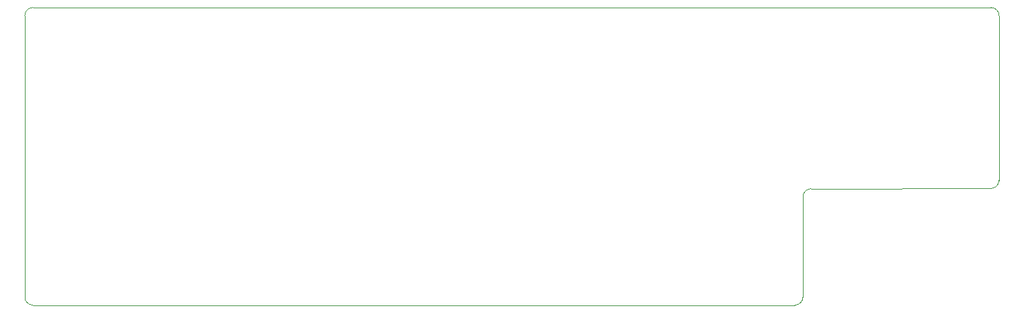
<source format=gbr>
%TF.GenerationSoftware,KiCad,Pcbnew,7.0.6*%
%TF.CreationDate,2024-03-25T03:04:45-04:00*%
%TF.ProjectId,peripheral_io_main,70657269-7068-4657-9261-6c5f696f5f6d,rev?*%
%TF.SameCoordinates,Original*%
%TF.FileFunction,Profile,NP*%
%FSLAX46Y46*%
G04 Gerber Fmt 4.6, Leading zero omitted, Abs format (unit mm)*
G04 Created by KiCad (PCBNEW 7.0.6) date 2024-03-25 03:04:45*
%MOMM*%
%LPD*%
G01*
G04 APERTURE LIST*
%TA.AperFunction,Profile*%
%ADD10C,0.100000*%
%TD*%
G04 APERTURE END LIST*
D10*
X115570000Y-115205000D02*
G75*
G03*
X116570000Y-116205000I1000000J0D01*
G01*
X210921600Y-115205000D02*
X210921600Y-102903569D01*
X115570000Y-115205000D02*
X115570000Y-80654400D01*
X209921600Y-116205000D02*
G75*
G03*
X210921600Y-115205000I0J1000000D01*
G01*
X233956249Y-79654400D02*
X116570000Y-79654400D01*
X211920369Y-101903501D02*
G75*
G03*
X210921600Y-102903569I1331J-1000099D01*
G01*
X233944980Y-101876448D02*
G75*
G03*
X234943749Y-100877069I-1280J1000048D01*
G01*
X234943749Y-100877069D02*
X234956249Y-80655018D01*
X116570000Y-116205000D02*
X209921600Y-116205000D01*
X234956200Y-80655018D02*
G75*
G03*
X233956249Y-79654400I-1000000J618D01*
G01*
X116570000Y-79654400D02*
G75*
G03*
X115570000Y-80654400I0J-1000000D01*
G01*
X211920369Y-101903570D02*
X233944980Y-101876450D01*
M02*

</source>
